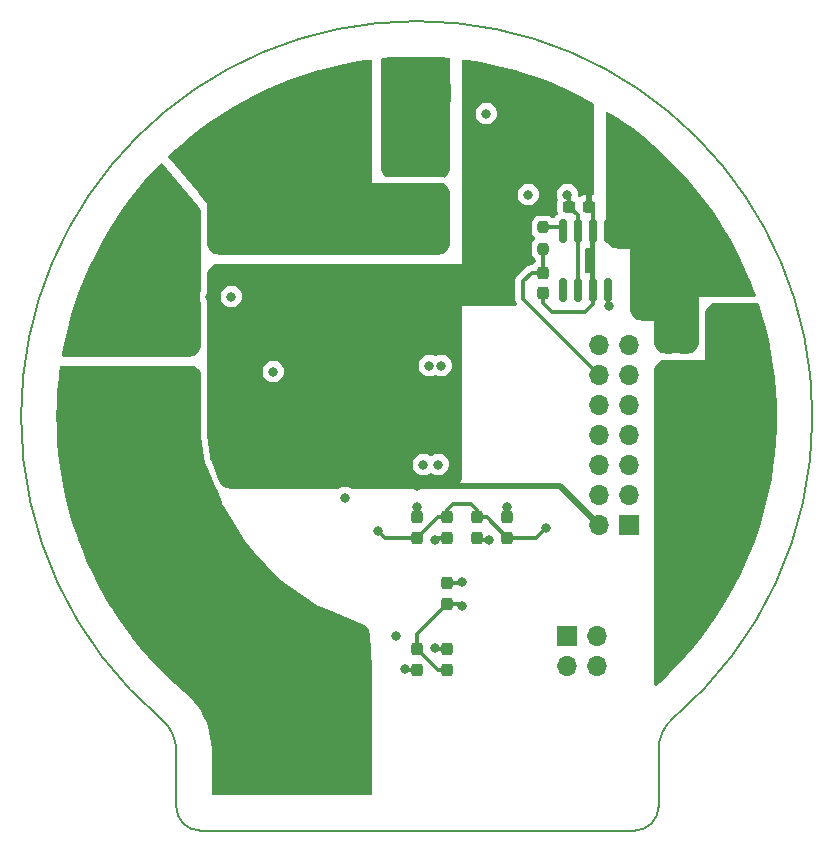
<source format=gbr>
%TF.GenerationSoftware,KiCad,Pcbnew,7.0.1*%
%TF.CreationDate,2023-12-23T17:04:28+03:00*%
%TF.ProjectId,_____ ________,1f3b3042-3020-4343-9042-47383a3e322e,rev?*%
%TF.SameCoordinates,Original*%
%TF.FileFunction,Copper,L4,Bot*%
%TF.FilePolarity,Positive*%
%FSLAX46Y46*%
G04 Gerber Fmt 4.6, Leading zero omitted, Abs format (unit mm)*
G04 Created by KiCad (PCBNEW 7.0.1) date 2023-12-23 17:04:28*
%MOMM*%
%LPD*%
G01*
G04 APERTURE LIST*
G04 Aperture macros list*
%AMRoundRect*
0 Rectangle with rounded corners*
0 $1 Rounding radius*
0 $2 $3 $4 $5 $6 $7 $8 $9 X,Y pos of 4 corners*
0 Add a 4 corners polygon primitive as box body*
4,1,4,$2,$3,$4,$5,$6,$7,$8,$9,$2,$3,0*
0 Add four circle primitives for the rounded corners*
1,1,$1+$1,$2,$3*
1,1,$1+$1,$4,$5*
1,1,$1+$1,$6,$7*
1,1,$1+$1,$8,$9*
0 Add four rect primitives between the rounded corners*
20,1,$1+$1,$2,$3,$4,$5,0*
20,1,$1+$1,$4,$5,$6,$7,0*
20,1,$1+$1,$6,$7,$8,$9,0*
20,1,$1+$1,$8,$9,$2,$3,0*%
%AMRotRect*
0 Rectangle, with rotation*
0 The origin of the aperture is its center*
0 $1 length*
0 $2 width*
0 $3 Rotation angle, in degrees counterclockwise*
0 Add horizontal line*
21,1,$1,$2,0,0,$3*%
G04 Aperture macros list end*
%TA.AperFunction,ComponentPad*%
%ADD10RotRect,1.635000X1.635000X290.000000*%
%TD*%
%TA.AperFunction,ComponentPad*%
%ADD11C,1.635000*%
%TD*%
%TA.AperFunction,ComponentPad*%
%ADD12C,6.000000*%
%TD*%
%TA.AperFunction,ComponentPad*%
%ADD13RotRect,1.635000X1.635000X70.000000*%
%TD*%
%TA.AperFunction,ComponentPad*%
%ADD14RotRect,1.635000X1.635000X300.000000*%
%TD*%
%TA.AperFunction,ComponentPad*%
%ADD15R,1.635000X1.635000*%
%TD*%
%TA.AperFunction,ComponentPad*%
%ADD16RotRect,1.635000X1.635000X60.000000*%
%TD*%
%TA.AperFunction,ComponentPad*%
%ADD17RotRect,1.635000X1.635000X50.000000*%
%TD*%
%TA.AperFunction,ComponentPad*%
%ADD18R,1.700000X1.700000*%
%TD*%
%TA.AperFunction,ComponentPad*%
%ADD19O,1.700000X1.700000*%
%TD*%
%TA.AperFunction,ComponentPad*%
%ADD20RotRect,1.635000X1.635000X310.000000*%
%TD*%
%TA.AperFunction,SMDPad,CuDef*%
%ADD21RoundRect,0.237500X0.237500X-0.300000X0.237500X0.300000X-0.237500X0.300000X-0.237500X-0.300000X0*%
%TD*%
%TA.AperFunction,SMDPad,CuDef*%
%ADD22RoundRect,0.237500X-0.237500X0.300000X-0.237500X-0.300000X0.237500X-0.300000X0.237500X0.300000X0*%
%TD*%
%TA.AperFunction,SMDPad,CuDef*%
%ADD23RoundRect,0.237500X0.237500X-0.250000X0.237500X0.250000X-0.237500X0.250000X-0.237500X-0.250000X0*%
%TD*%
%TA.AperFunction,SMDPad,CuDef*%
%ADD24RoundRect,0.150000X0.150000X-0.825000X0.150000X0.825000X-0.150000X0.825000X-0.150000X-0.825000X0*%
%TD*%
%TA.AperFunction,SMDPad,CuDef*%
%ADD25RoundRect,0.249999X-0.450001X-1.425001X0.450001X-1.425001X0.450001X1.425001X-0.450001X1.425001X0*%
%TD*%
%TA.AperFunction,SMDPad,CuDef*%
%ADD26RoundRect,0.237500X-0.300000X-0.237500X0.300000X-0.237500X0.300000X0.237500X-0.300000X0.237500X0*%
%TD*%
%TA.AperFunction,ViaPad*%
%ADD27C,0.800000*%
%TD*%
%TA.AperFunction,Conductor*%
%ADD28C,0.300000*%
%TD*%
%TA.AperFunction,Conductor*%
%ADD29C,0.500000*%
%TD*%
%TA.AperFunction,Profile*%
%ADD30C,0.200000*%
%TD*%
G04 APERTURE END LIST*
D10*
%TO.P,J13,1,1*%
%TO.N,B_OUT*%
X144872270Y-59835673D03*
D11*
%TO.P,J13,2,2*%
X146411361Y-64064290D03*
%TD*%
D12*
%TO.P,J2,1,Pin_1*%
%TO.N,B*%
X151765000Y-55880000D03*
%TD*%
%TO.P,J3,1,Pin_1*%
%TO.N,C*%
X129540000Y-70485000D03*
%TD*%
D13*
%TO.P,J7,1,1*%
%TO.N,C_OUT*%
X145272909Y-107352617D03*
D11*
%TO.P,J7,2,2*%
X146812000Y-103124000D03*
%TD*%
D14*
%TO.P,J12,1,1*%
%TO.N,B_OUT*%
X139990000Y-62142886D03*
D11*
%TO.P,J12,2,2*%
X142240000Y-66040000D03*
%TD*%
D15*
%TO.P,J6,1,1*%
%TO.N,A_OUT*%
X178272000Y-79248000D03*
D11*
%TO.P,J6,2,2*%
X173772000Y-79248000D03*
%TD*%
D12*
%TO.P,J1,1,Pin_1*%
%TO.N,A*%
X173990000Y-70485000D03*
%TD*%
D16*
%TO.P,J10,1,1*%
%TO.N,C_OUT*%
X140498000Y-104989114D03*
D11*
%TO.P,J10,2,2*%
X142748000Y-101092000D03*
%TD*%
D15*
%TO.P,J5,1,1*%
%TO.N,A_OUT*%
X178272000Y-83566000D03*
D11*
%TO.P,J5,2,2*%
X173772000Y-83566000D03*
%TD*%
D17*
%TO.P,J11,1,1*%
%TO.N,C_OUT*%
X136045456Y-101999200D03*
D11*
%TO.P,J11,2,2*%
X138938000Y-98552000D03*
%TD*%
D18*
%TO.P,J8,1,Pin_1*%
%TO.N,PTC_Coil_A*%
X164540000Y-101874000D03*
D19*
%TO.P,J8,2,Pin_2*%
%TO.N,GNDA*%
X167080000Y-101874000D03*
%TO.P,J8,3,Pin_3*%
%TO.N,PTC_Coil_C*%
X164540000Y-104414000D03*
%TO.P,J8,4,Pin_4*%
%TO.N,PTC_Coil_B*%
X167080000Y-104414000D03*
%TD*%
D20*
%TO.P,J14,1,1*%
%TO.N,B_OUT*%
X135537456Y-65132800D03*
D11*
%TO.P,J14,2,2*%
X138430000Y-68580000D03*
%TD*%
D15*
%TO.P,J9,1,1*%
%TO.N,A_OUT*%
X178272000Y-87884000D03*
D11*
%TO.P,J9,2,2*%
X173772000Y-87884000D03*
%TD*%
D21*
%TO.P,C10,1*%
%TO.N,PTC_Coil_A*%
X156972000Y-93572500D03*
%TO.P,C10,2*%
%TO.N,GNDA*%
X156972000Y-91847500D03*
%TD*%
D22*
%TO.P,C13,1*%
%TO.N,Temp_Coil_B_MCU*%
X151892000Y-91847500D03*
%TO.P,C13,2*%
%TO.N,GNDA*%
X151892000Y-93572500D03*
%TD*%
D21*
%TO.P,C17,1*%
%TO.N,Temp_Coil_C_MCU*%
X151892000Y-104748500D03*
%TO.P,C17,2*%
%TO.N,GNDA*%
X151892000Y-103023500D03*
%TD*%
D23*
%TO.P,R3,1*%
%TO.N,Current_A_MCU*%
X162560000Y-69111500D03*
%TO.P,R3,2*%
%TO.N,Net-(R3-Pad2)*%
X162560000Y-67286500D03*
%TD*%
D22*
%TO.P,C14,1*%
%TO.N,PTC_Coil_C*%
X154432000Y-103023500D03*
%TO.P,C14,2*%
%TO.N,GNDA*%
X154432000Y-104748500D03*
%TD*%
%TO.P,C16,1*%
%TO.N,Current_A_MCU*%
X162560000Y-71146500D03*
%TO.P,C16,2*%
%TO.N,GND*%
X162560000Y-72871500D03*
%TD*%
%TO.P,C11,1*%
%TO.N,Temp_Coil_A_MCU*%
X159512000Y-91847500D03*
%TO.P,C11,2*%
%TO.N,GNDA*%
X159512000Y-93572500D03*
%TD*%
D18*
%TO.P,J4,1,Pin_1*%
%TO.N,+3.3V*%
X169784000Y-92456000D03*
D19*
%TO.P,J4,2,Pin_2*%
%TO.N,GND*%
X167244000Y-92456000D03*
%TO.P,J4,3,Pin_3*%
%TO.N,CS_MCU*%
X169784000Y-89916000D03*
%TO.P,J4,4,Pin_4*%
%TO.N,Temp_Coil_C_MCU*%
X167244000Y-89916000D03*
%TO.P,J4,5,Pin_5*%
%TO.N,SCLK_MCU*%
X169784000Y-87376000D03*
%TO.P,J4,6,Pin_6*%
%TO.N,Temp_Coil_B_MCU*%
X167244000Y-87376000D03*
%TO.P,J4,7,Pin_7*%
%TO.N,SDIO_MCU*%
X169784000Y-84836000D03*
%TO.P,J4,8,Pin_8*%
%TO.N,Temp_Coil_A_MCU*%
X167244000Y-84836000D03*
%TO.P,J4,9,Pin_9*%
%TO.N,OUT_MCU*%
X169784000Y-82296000D03*
%TO.P,J4,10,Pin_10*%
%TO.N,Current_C_MCU*%
X167244000Y-82296000D03*
%TO.P,J4,11,Pin_11*%
%TO.N,Current_B_MCU*%
X169784000Y-79756000D03*
%TO.P,J4,12,Pin_12*%
%TO.N,Current_A_MCU*%
X167244000Y-79756000D03*
%TO.P,J4,13,Pin_13*%
%TO.N,+3.3VA*%
X169784000Y-77216000D03*
%TO.P,J4,14,Pin_14*%
%TO.N,GNDA*%
X167244000Y-77216000D03*
%TD*%
D24*
%TO.P,U1,1,-*%
%TO.N,A_OUT*%
X168021000Y-72579000D03*
%TO.P,U1,2,GND*%
%TO.N,GND*%
X166751000Y-72579000D03*
%TO.P,U1,3,REF2*%
%TO.N,+3.3V*%
X165481000Y-72579000D03*
%TO.P,U1,4,NC*%
%TO.N,unconnected-(U1-NC-Pad4)*%
X164211000Y-72579000D03*
%TO.P,U1,5*%
%TO.N,Net-(R3-Pad2)*%
X164211000Y-67629000D03*
%TO.P,U1,6,V+*%
%TO.N,+3.3V*%
X165481000Y-67629000D03*
%TO.P,U1,7,REF1*%
%TO.N,GND*%
X166751000Y-67629000D03*
%TO.P,U1,8,+*%
%TO.N,A*%
X168021000Y-67629000D03*
%TD*%
D22*
%TO.P,C18,1*%
%TO.N,+3.3VA*%
X154432000Y-97435500D03*
%TO.P,C18,2*%
%TO.N,GNDA*%
X154432000Y-99160500D03*
%TD*%
D25*
%TO.P,R4,1*%
%TO.N,A*%
X172972000Y-75946000D03*
%TO.P,R4,2*%
%TO.N,A_OUT*%
X179072000Y-75946000D03*
%TD*%
D26*
%TO.P,C15,1*%
%TO.N,+3.3V*%
X164745500Y-65532000D03*
%TO.P,C15,2*%
%TO.N,GND*%
X166470500Y-65532000D03*
%TD*%
D21*
%TO.P,C12,1*%
%TO.N,PTC_Coil_B*%
X154432000Y-93572500D03*
%TO.P,C12,2*%
%TO.N,GNDA*%
X154432000Y-91847500D03*
%TD*%
D27*
%TO.N,+3.3V*%
X136144000Y-73152000D03*
X164592000Y-64516000D03*
X157734000Y-57658000D03*
X145796000Y-90170000D03*
%TO.N,GND*%
X149606000Y-77470000D03*
X156210000Y-57658000D03*
X134366000Y-73152000D03*
X151892000Y-89154000D03*
%TO.N,OUT_MCU*%
X152400000Y-87376000D03*
%TO.N,SCLK_MCU*%
X153670000Y-87376000D03*
%TO.N,CS_MCU*%
X153924000Y-78994000D03*
%TO.N,SDIO_MCU*%
X152908000Y-78994000D03*
%TO.N,Current_B_MCU*%
X161290000Y-64516000D03*
%TO.N,Current_C_MCU*%
X139700000Y-79502000D03*
%TO.N,A*%
X170688000Y-72644000D03*
X175006000Y-74676000D03*
X171450000Y-74168000D03*
X174244000Y-75184000D03*
X170688000Y-73660000D03*
X174244000Y-77216000D03*
X175006000Y-76708000D03*
X175006000Y-75692000D03*
X174244000Y-74168000D03*
X174244000Y-76200000D03*
X170688000Y-74676000D03*
%TO.N,A_OUT*%
X180594000Y-79248000D03*
X177546000Y-76708000D03*
X180594000Y-76708000D03*
X180594000Y-74676000D03*
X181102000Y-78486000D03*
X180086000Y-78486000D03*
X176784000Y-75184000D03*
X168148000Y-73914000D03*
X177546000Y-74676000D03*
X177546000Y-77724000D03*
X180594000Y-77724000D03*
X176784000Y-77216000D03*
X180594000Y-75692000D03*
X181102000Y-80010000D03*
X180086000Y-80010000D03*
X177546000Y-75692000D03*
X176784000Y-76200000D03*
%TO.N,B*%
X149352000Y-59182000D03*
X150368000Y-62230000D03*
X149352000Y-61214000D03*
X149352000Y-62230000D03*
X149352000Y-60198000D03*
X152400000Y-62230000D03*
X151384000Y-62230000D03*
X153416000Y-62230000D03*
%TO.N,B_OUT*%
X152400000Y-64008000D03*
X151892000Y-65024000D03*
X149352000Y-68072000D03*
X152400000Y-68072000D03*
X150876000Y-65024000D03*
X149352000Y-66040000D03*
X151384000Y-64008000D03*
X153416000Y-68072000D03*
X149352000Y-64008000D03*
X150368000Y-64008000D03*
X151384000Y-68072000D03*
X153416000Y-64008000D03*
X152908000Y-65024000D03*
X149352000Y-67056000D03*
X150368000Y-68072000D03*
X149860000Y-65024000D03*
%TO.N,C*%
X125984000Y-75692000D03*
X127000000Y-73660000D03*
X126492000Y-76708000D03*
X125476000Y-76708000D03*
X127508000Y-74676000D03*
X124460000Y-76708000D03*
X125984000Y-73660000D03*
X124968000Y-75692000D03*
X127000000Y-75692000D03*
X126492000Y-74676000D03*
X125476000Y-74676000D03*
%TO.N,C_OUT*%
X130048000Y-80264000D03*
X127000000Y-81280000D03*
X129032000Y-80264000D03*
X132080000Y-84836000D03*
X132080000Y-83312000D03*
X130556000Y-84074000D03*
X128016000Y-83312000D03*
X131064000Y-83312000D03*
X128016000Y-84836000D03*
X129540000Y-84074000D03*
X129032000Y-84836000D03*
X129032000Y-83312000D03*
X127000000Y-83312000D03*
X127000000Y-82296000D03*
X131064000Y-84836000D03*
X131064000Y-80264000D03*
X130048000Y-83312000D03*
X127000000Y-80264000D03*
X130048000Y-84836000D03*
X128016000Y-80264000D03*
X131572000Y-84074000D03*
X128524000Y-84074000D03*
%TO.N,GNDA*%
X155702000Y-99314000D03*
X148590000Y-92964000D03*
X150114000Y-101854000D03*
X162814000Y-92710000D03*
%TO.N,Temp_Coil_C_MCU*%
X150876000Y-104648000D03*
%TO.N,Temp_Coil_B_MCU*%
X151892000Y-90932000D03*
%TO.N,Temp_Coil_A_MCU*%
X159512000Y-90932000D03*
%TO.N,+3.3VA*%
X155702000Y-97282000D03*
%TO.N,PTC_Coil_A*%
X157988000Y-93726000D03*
%TO.N,PTC_Coil_B*%
X153416000Y-93726000D03*
%TO.N,PTC_Coil_C*%
X153416000Y-102870000D03*
%TD*%
D28*
%TO.N,+3.3V*%
X164745500Y-64669500D02*
X164592000Y-64516000D01*
X165481000Y-67629000D02*
X165481000Y-66267500D01*
X165481000Y-67629000D02*
X165481000Y-72579000D01*
X165481000Y-66267500D02*
X164745500Y-65532000D01*
X164745500Y-65532000D02*
X164745500Y-64669500D01*
%TO.N,GND*%
X166751000Y-65812500D02*
X166470500Y-65532000D01*
X166751000Y-73787000D02*
X166751000Y-72579000D01*
X166116000Y-74422000D02*
X166751000Y-73787000D01*
D29*
X163942000Y-89154000D02*
X151892000Y-89154000D01*
D28*
X166751000Y-72579000D02*
X166751000Y-67629000D01*
X162560000Y-72871500D02*
X162560000Y-73716875D01*
X166751000Y-67629000D02*
X166751000Y-65812500D01*
D29*
X167244000Y-92456000D02*
X163942000Y-89154000D01*
D28*
X163265125Y-74422000D02*
X166116000Y-74422000D01*
X162560000Y-73716875D02*
X163265125Y-74422000D01*
%TO.N,Current_A_MCU*%
X160838000Y-71879000D02*
X160838000Y-73350000D01*
X162560000Y-69111500D02*
X162560000Y-71146500D01*
X161570500Y-71146500D02*
X160838000Y-71879000D01*
X162560000Y-71146500D02*
X161570500Y-71146500D01*
X160838000Y-73350000D02*
X167244000Y-79756000D01*
%TO.N,A_OUT*%
X168021000Y-72579000D02*
X168021000Y-73787000D01*
X168021000Y-73787000D02*
X168148000Y-73914000D01*
%TO.N,GNDA*%
X154432000Y-99160500D02*
X155548500Y-99160500D01*
X161951500Y-93572500D02*
X162814000Y-92710000D01*
X156972000Y-91847500D02*
X157787000Y-91847500D01*
X151892000Y-103023500D02*
X153617000Y-104748500D01*
X153617000Y-104748500D02*
X154432000Y-104748500D01*
X155548500Y-99160500D02*
X155702000Y-99314000D01*
X159512000Y-93572500D02*
X161951500Y-93572500D01*
X156972000Y-91186000D02*
X156972000Y-91847500D01*
X157787000Y-91847500D02*
X159512000Y-93572500D01*
X154432000Y-91847500D02*
X154432000Y-91186000D01*
X149198500Y-93572500D02*
X148590000Y-92964000D01*
X156464000Y-90678000D02*
X156972000Y-91186000D01*
X154940000Y-90678000D02*
X156464000Y-90678000D01*
X151892000Y-103023500D02*
X151892000Y-101700500D01*
X151892000Y-93572500D02*
X149198500Y-93572500D01*
X151892000Y-101700500D02*
X154432000Y-99160500D01*
X154432000Y-91186000D02*
X154940000Y-90678000D01*
X153617000Y-91847500D02*
X151892000Y-93572500D01*
X154432000Y-91847500D02*
X153617000Y-91847500D01*
%TO.N,Temp_Coil_C_MCU*%
X151892000Y-104748500D02*
X150976500Y-104748500D01*
X150976500Y-104748500D02*
X150876000Y-104648000D01*
%TO.N,Temp_Coil_B_MCU*%
X151892000Y-91847500D02*
X151892000Y-90932000D01*
%TO.N,+3.3VA*%
X155548500Y-97435500D02*
X155702000Y-97282000D01*
X154432000Y-97435500D02*
X155548500Y-97435500D01*
%TO.N,PTC_Coil_A*%
X157125500Y-93726000D02*
X156972000Y-93572500D01*
X157988000Y-93726000D02*
X157125500Y-93726000D01*
%TO.N,PTC_Coil_B*%
X154432000Y-93572500D02*
X153569500Y-93572500D01*
X153569500Y-93572500D02*
X153416000Y-93726000D01*
%TO.N,PTC_Coil_C*%
X153569500Y-103023500D02*
X153416000Y-102870000D01*
X154432000Y-103023500D02*
X153569500Y-103023500D01*
%TO.N,Net-(R3-Pad2)*%
X163868500Y-67286500D02*
X164211000Y-67629000D01*
X162560000Y-67286500D02*
X163868500Y-67286500D01*
%TD*%
%TA.AperFunction,Conductor*%
%TO.N,A*%
G36*
X168083166Y-57521103D02*
G01*
X168171096Y-57575420D01*
X168335648Y-57677067D01*
X168339367Y-57679457D01*
X168872576Y-58035736D01*
X169240966Y-58281886D01*
X169244602Y-58284410D01*
X170124149Y-58918653D01*
X170127692Y-58921306D01*
X170984023Y-59586524D01*
X170987441Y-59589279D01*
X171819481Y-60284636D01*
X171822791Y-60287503D01*
X172629554Y-61012179D01*
X172632767Y-61015172D01*
X173413097Y-61768130D01*
X173416177Y-61771210D01*
X174072760Y-62451661D01*
X174169135Y-62551540D01*
X174172130Y-62554755D01*
X174896800Y-63361512D01*
X174899671Y-63364826D01*
X175595017Y-64196852D01*
X175597795Y-64200299D01*
X176263001Y-65056615D01*
X176265654Y-65060158D01*
X176899897Y-65939705D01*
X176902421Y-65943341D01*
X177504847Y-66844935D01*
X177507240Y-66848659D01*
X178077100Y-67771177D01*
X178079359Y-67774984D01*
X178615928Y-68717254D01*
X178618050Y-68721139D01*
X179120668Y-69681999D01*
X179122649Y-69685958D01*
X179590623Y-70664090D01*
X179592462Y-70668116D01*
X180025243Y-71662366D01*
X180026937Y-71666456D01*
X180423947Y-72675497D01*
X180425494Y-72679644D01*
X180533834Y-72986747D01*
X180539712Y-73045099D01*
X180518118Y-73099626D01*
X180473881Y-73138131D01*
X180416897Y-73152000D01*
X175768000Y-73152000D01*
X175768000Y-74152000D01*
X175768000Y-74152001D01*
X175768000Y-76971907D01*
X175767403Y-76984061D01*
X175749982Y-77160934D01*
X175745240Y-77184775D01*
X175695424Y-77348998D01*
X175686121Y-77371456D01*
X175605227Y-77522798D01*
X175591722Y-77543010D01*
X175482854Y-77675666D01*
X175465666Y-77692854D01*
X175333010Y-77801722D01*
X175312798Y-77815227D01*
X175161456Y-77896121D01*
X175138998Y-77905424D01*
X174974775Y-77955240D01*
X174950934Y-77959982D01*
X174774061Y-77977403D01*
X174761907Y-77978000D01*
X174140984Y-77978000D01*
X174108890Y-77973775D01*
X174001740Y-77945064D01*
X173772000Y-77924964D01*
X173542259Y-77945064D01*
X173435110Y-77973775D01*
X173403016Y-77978000D01*
X172964093Y-77978000D01*
X172951939Y-77977403D01*
X172775065Y-77959982D01*
X172751224Y-77955240D01*
X172587001Y-77905424D01*
X172564543Y-77896121D01*
X172413201Y-77815227D01*
X172392989Y-77801722D01*
X172260333Y-77692854D01*
X172243145Y-77675666D01*
X172134277Y-77543010D01*
X172120772Y-77522798D01*
X172039878Y-77371456D01*
X172030575Y-77348998D01*
X171980757Y-77184769D01*
X171976018Y-77160941D01*
X171958597Y-76984061D01*
X171958000Y-76971907D01*
X171958000Y-76184001D01*
X171958000Y-76184000D01*
X171958000Y-75184000D01*
X170958000Y-75184000D01*
X170957999Y-75184000D01*
X170932093Y-75184000D01*
X170919939Y-75183403D01*
X170743065Y-75165982D01*
X170719224Y-75161240D01*
X170555001Y-75111424D01*
X170532543Y-75102121D01*
X170381201Y-75021227D01*
X170360989Y-75007722D01*
X170228333Y-74898854D01*
X170211145Y-74881666D01*
X170102277Y-74749010D01*
X170088772Y-74728798D01*
X170007878Y-74577456D01*
X169998575Y-74554998D01*
X169948757Y-74390769D01*
X169944018Y-74366941D01*
X169926597Y-74190061D01*
X169926000Y-74177907D01*
X169926000Y-70088001D01*
X169926000Y-70088000D01*
X169926000Y-69088000D01*
X168926000Y-69088000D01*
X168925999Y-69088000D01*
X168900093Y-69088000D01*
X168887939Y-69087403D01*
X168711065Y-69069982D01*
X168687224Y-69065240D01*
X168523001Y-69015424D01*
X168500543Y-69006121D01*
X168349201Y-68925227D01*
X168328989Y-68911722D01*
X168196333Y-68802854D01*
X168179145Y-68785666D01*
X168070277Y-68653010D01*
X168056772Y-68632798D01*
X167975878Y-68481456D01*
X167966575Y-68458998D01*
X167916757Y-68294769D01*
X167912018Y-68270941D01*
X167894597Y-68094061D01*
X167894000Y-68081907D01*
X167894000Y-57626599D01*
X167911077Y-57563802D01*
X167957604Y-57518302D01*
X168020766Y-57502630D01*
X168083166Y-57521103D01*
G37*
%TD.AperFunction*%
%TD*%
%TA.AperFunction,Conductor*%
%TO.N,B*%
G36*
X152934672Y-52855939D02*
G01*
X152939044Y-52856096D01*
X154021914Y-52914139D01*
X154026234Y-52914448D01*
X154573052Y-52963382D01*
X154630276Y-52983378D01*
X154671184Y-53028110D01*
X154686000Y-53086888D01*
X154686000Y-62239907D01*
X154685403Y-62252061D01*
X154667982Y-62428934D01*
X154663240Y-62452775D01*
X154613424Y-62616998D01*
X154604121Y-62639456D01*
X154523227Y-62790798D01*
X154509722Y-62811010D01*
X154400854Y-62943666D01*
X154383666Y-62960854D01*
X154272478Y-63052104D01*
X154218004Y-63077868D01*
X154157818Y-63074912D01*
X154039506Y-63039022D01*
X153991375Y-63026967D01*
X153967531Y-63022225D01*
X153918494Y-63014952D01*
X153741598Y-62997530D01*
X153716876Y-62995707D01*
X153716871Y-62995706D01*
X153716861Y-62995706D01*
X153711602Y-62995447D01*
X153704714Y-62995109D01*
X153697473Y-62994931D01*
X153679907Y-62994500D01*
X153679890Y-62994500D01*
X149231699Y-62994500D01*
X149189926Y-62987252D01*
X149153036Y-62966355D01*
X149146334Y-62960855D01*
X149129144Y-62943665D01*
X149020277Y-62811010D01*
X149006772Y-62790798D01*
X148925878Y-62639456D01*
X148916575Y-62616998D01*
X148866757Y-62452769D01*
X148862018Y-62428941D01*
X148844597Y-62252061D01*
X148844000Y-62239907D01*
X148844000Y-53101790D01*
X148858816Y-53043012D01*
X148899724Y-52998280D01*
X148956948Y-52978284D01*
X149007011Y-52973803D01*
X149670293Y-52914448D01*
X149674605Y-52914139D01*
X150757481Y-52856095D01*
X150761849Y-52855939D01*
X151846077Y-52836585D01*
X151850447Y-52836585D01*
X152934672Y-52855939D01*
G37*
%TD.AperFunction*%
%TD*%
%TA.AperFunction,Conductor*%
%TO.N,A_OUT*%
G36*
X180732831Y-73670901D02*
G01*
X180774732Y-73701688D01*
X180800327Y-73746947D01*
X181111656Y-74741232D01*
X181112903Y-74745479D01*
X181399784Y-75791204D01*
X181400878Y-75795493D01*
X181650244Y-76850758D01*
X181651185Y-76855084D01*
X181862729Y-77918588D01*
X181863515Y-77922944D01*
X182036967Y-78993330D01*
X182037597Y-78997712D01*
X182172733Y-80073606D01*
X182173206Y-80078007D01*
X182269855Y-81158025D01*
X182270171Y-81162440D01*
X182328210Y-82245237D01*
X182328368Y-82249661D01*
X182347723Y-83333869D01*
X182347724Y-83338229D01*
X182329510Y-84389932D01*
X182329362Y-84394224D01*
X182274740Y-85444738D01*
X182274443Y-85449022D01*
X182183479Y-86497025D01*
X182183033Y-86501296D01*
X182055840Y-87545479D01*
X182055247Y-87549732D01*
X181891972Y-88588904D01*
X181891232Y-88593134D01*
X181692074Y-89626033D01*
X181691188Y-89630234D01*
X181456393Y-90655579D01*
X181455363Y-90659748D01*
X181185188Y-91676414D01*
X181184013Y-91680544D01*
X180878809Y-92687211D01*
X180877492Y-92691299D01*
X180537611Y-93686804D01*
X180536154Y-93690843D01*
X180162007Y-94673984D01*
X180160423Y-94677938D01*
X179752455Y-95647542D01*
X179750721Y-95651471D01*
X179309440Y-96606336D01*
X179307572Y-96610202D01*
X178833477Y-97549246D01*
X178831475Y-97553045D01*
X178325154Y-98475105D01*
X178323022Y-98478833D01*
X177785100Y-99382769D01*
X177782841Y-99386421D01*
X177213907Y-100271245D01*
X177211522Y-100274816D01*
X176612309Y-101139384D01*
X176609802Y-101142870D01*
X175981026Y-101986156D01*
X175978400Y-101989554D01*
X175320789Y-102810576D01*
X175318047Y-102813881D01*
X174632385Y-103611662D01*
X174629530Y-103614869D01*
X173916689Y-104388396D01*
X173913725Y-104391503D01*
X173174515Y-105139894D01*
X173171445Y-105142897D01*
X172406749Y-105865260D01*
X172403577Y-105868154D01*
X172163979Y-106079279D01*
X172114320Y-106105958D01*
X172057981Y-106107896D01*
X172006607Y-106084691D01*
X171970814Y-106041140D01*
X171958000Y-105986244D01*
X171958000Y-79492093D01*
X171958597Y-79479939D01*
X171959290Y-79472895D01*
X171976018Y-79303056D01*
X171980757Y-79279232D01*
X172030577Y-79114994D01*
X172039875Y-79092549D01*
X172120775Y-78941195D01*
X172134272Y-78920995D01*
X172243149Y-78788328D01*
X172260328Y-78771149D01*
X172392995Y-78662272D01*
X172413195Y-78648775D01*
X172564549Y-78567875D01*
X172586994Y-78558577D01*
X172751232Y-78508757D01*
X172775056Y-78504018D01*
X172951938Y-78486597D01*
X172964093Y-78486000D01*
X175275999Y-78486000D01*
X175276000Y-78486000D01*
X176276000Y-78486000D01*
X176276000Y-74666093D01*
X176276597Y-74653939D01*
X176277290Y-74646895D01*
X176294018Y-74477056D01*
X176298757Y-74453232D01*
X176348577Y-74288994D01*
X176357875Y-74266549D01*
X176438775Y-74115195D01*
X176452272Y-74094995D01*
X176561149Y-73962328D01*
X176578328Y-73945149D01*
X176710995Y-73836272D01*
X176731195Y-73822775D01*
X176882549Y-73741875D01*
X176904994Y-73732577D01*
X177069232Y-73682757D01*
X177093056Y-73678018D01*
X177269938Y-73660597D01*
X177282093Y-73660000D01*
X180681992Y-73660000D01*
X180732831Y-73670901D01*
G37*
%TD.AperFunction*%
%TD*%
%TA.AperFunction,Conductor*%
%TO.N,C_OUT*%
G36*
X132658624Y-78994559D02*
G01*
X132829947Y-79010894D01*
X132853048Y-79015338D01*
X133012525Y-79062088D01*
X133034381Y-79070824D01*
X133182132Y-79146858D01*
X133201944Y-79159565D01*
X133332676Y-79262155D01*
X133349730Y-79278378D01*
X133458718Y-79403820D01*
X133472399Y-79422973D01*
X133555718Y-79566746D01*
X133565534Y-79588139D01*
X133599602Y-79685964D01*
X133606500Y-79726745D01*
X133606500Y-84771864D01*
X133606559Y-84779588D01*
X133606561Y-84779689D01*
X133606621Y-84783542D01*
X133606622Y-84783610D01*
X133606623Y-84783636D01*
X133606802Y-84791348D01*
X133608555Y-84847729D01*
X133609288Y-84863418D01*
X133609767Y-84871126D01*
X133610989Y-84886809D01*
X133616244Y-84942997D01*
X133617036Y-84950820D01*
X133617446Y-84954564D01*
X133618364Y-84962396D01*
X133847935Y-86798956D01*
X133850199Y-86814980D01*
X133851428Y-86822779D01*
X133854210Y-86838763D01*
X133875948Y-86952785D01*
X133883027Y-86984381D01*
X133886988Y-86999740D01*
X133896073Y-87030814D01*
X133932186Y-87141091D01*
X133937482Y-87156425D01*
X133940201Y-87163908D01*
X133945957Y-87178995D01*
X134024759Y-87375999D01*
X134099855Y-87563738D01*
X134099855Y-87563739D01*
X134658913Y-88961388D01*
X134668792Y-88984414D01*
X134673919Y-88995593D01*
X134684931Y-89018109D01*
X134767821Y-89177444D01*
X134793138Y-89220722D01*
X134806572Y-89241276D01*
X134836018Y-89281788D01*
X134836023Y-89281795D01*
X134836028Y-89281801D01*
X134895607Y-89355768D01*
X134944791Y-89416829D01*
X134954692Y-89427944D01*
X134979736Y-89471210D01*
X135345488Y-90568466D01*
X135345492Y-90568476D01*
X135382000Y-90678000D01*
X135442511Y-90776330D01*
X135442513Y-90776334D01*
X136539291Y-92558599D01*
X137414000Y-93980000D01*
X137478482Y-94050344D01*
X137478487Y-94050350D01*
X138113520Y-94743113D01*
X140208000Y-97028000D01*
X143510000Y-99314000D01*
X143609754Y-99355075D01*
X143609760Y-99355078D01*
X144435649Y-99695149D01*
X147250130Y-100854053D01*
X147260478Y-100858885D01*
X147408670Y-100936604D01*
X147427868Y-100949056D01*
X147554730Y-101049116D01*
X147571310Y-101064882D01*
X147677626Y-101186552D01*
X147691029Y-101205100D01*
X147773169Y-101344223D01*
X147782936Y-101364918D01*
X147838116Y-101516776D01*
X147843913Y-101538915D01*
X147871183Y-101704000D01*
X147872526Y-101715374D01*
X148079380Y-104611317D01*
X148079518Y-104613528D01*
X148081246Y-104645831D01*
X148081403Y-104650241D01*
X148081980Y-104682546D01*
X148082000Y-104684760D01*
X148082000Y-115239501D01*
X148065387Y-115301501D01*
X148020000Y-115346888D01*
X147958000Y-115363501D01*
X134971858Y-115363501D01*
X134612118Y-115363501D01*
X134550119Y-115346889D01*
X134504732Y-115301502D01*
X134488119Y-115239502D01*
X134488119Y-111670993D01*
X134488137Y-111670902D01*
X134488152Y-111619586D01*
X134488223Y-111383810D01*
X134454282Y-110913483D01*
X134386384Y-110446846D01*
X134284885Y-109986348D01*
X134150318Y-109534406D01*
X133983388Y-109093391D01*
X133784972Y-108665616D01*
X133784967Y-108665605D01*
X133556115Y-108253335D01*
X133556111Y-108253327D01*
X133298004Y-107858686D01*
X133012008Y-107483765D01*
X132699622Y-107130530D01*
X132362485Y-106800834D01*
X132315435Y-106761052D01*
X132313049Y-106758794D01*
X132181115Y-106647477D01*
X132179478Y-106646072D01*
X131382774Y-105949783D01*
X131379619Y-105946927D01*
X130795035Y-105399000D01*
X130608433Y-105224099D01*
X130605337Y-105221094D01*
X129998528Y-104611317D01*
X129859770Y-104471880D01*
X129856812Y-104468803D01*
X129137757Y-103694096D01*
X129134881Y-103690888D01*
X128443227Y-102891648D01*
X128440461Y-102888337D01*
X127777025Y-102065510D01*
X127774376Y-102062104D01*
X127618212Y-101854000D01*
X127139977Y-101216705D01*
X127137500Y-101213283D01*
X126532841Y-100346243D01*
X126530446Y-100342677D01*
X125956380Y-99455218D01*
X125954100Y-99451555D01*
X125835433Y-99253307D01*
X125411235Y-98544625D01*
X125409112Y-98540935D01*
X124898128Y-97615665D01*
X124896113Y-97611862D01*
X124417642Y-96669403D01*
X124415756Y-96665522D01*
X123970370Y-95706996D01*
X123968620Y-95703052D01*
X123556853Y-94729615D01*
X123555241Y-94725613D01*
X123322745Y-94117873D01*
X123177573Y-93738397D01*
X123176106Y-93734350D01*
X123142659Y-93636888D01*
X122833024Y-92734622D01*
X122831695Y-92730517D01*
X122779308Y-92558599D01*
X122523600Y-91719450D01*
X122522422Y-91715326D01*
X122249682Y-90694125D01*
X122248662Y-90690025D01*
X122011603Y-89659890D01*
X122010724Y-89655742D01*
X121809657Y-88618036D01*
X121808914Y-88613808D01*
X121808391Y-88610493D01*
X121644072Y-87569732D01*
X121643483Y-87565528D01*
X121515066Y-86516365D01*
X121514623Y-86512135D01*
X121422785Y-85459117D01*
X121422486Y-85454827D01*
X121402647Y-85075085D01*
X121367340Y-84399287D01*
X121367191Y-84394997D01*
X121363241Y-84168000D01*
X121348801Y-83338116D01*
X121348801Y-83333804D01*
X121368155Y-82249633D01*
X121368311Y-82245265D01*
X121426355Y-81162389D01*
X121426664Y-81158077D01*
X121523318Y-80077989D01*
X121523790Y-80073606D01*
X121567357Y-79726745D01*
X121645759Y-79102545D01*
X121666936Y-79047280D01*
X121711317Y-79008124D01*
X121768792Y-78994000D01*
X132646856Y-78994000D01*
X132658624Y-78994559D01*
G37*
%TD.AperFunction*%
%TD*%
%TA.AperFunction,Conductor*%
%TO.N,C*%
G36*
X130273140Y-61878572D02*
G01*
X130329820Y-61916514D01*
X131165740Y-62904420D01*
X133363870Y-65502211D01*
X133370520Y-65510808D01*
X133462181Y-65640712D01*
X133473109Y-65659507D01*
X133538347Y-65798471D01*
X133545826Y-65818888D01*
X133585786Y-65967105D01*
X133589584Y-65988512D01*
X133603523Y-66146888D01*
X133604000Y-66157759D01*
X133604000Y-72637597D01*
X133587387Y-72699597D01*
X133538820Y-72783715D01*
X133480326Y-72963742D01*
X133460540Y-73152000D01*
X133480326Y-73340257D01*
X133538820Y-73520284D01*
X133587387Y-73604403D01*
X133604000Y-73666403D01*
X133604000Y-77225907D01*
X133603403Y-77238061D01*
X133585982Y-77414934D01*
X133581240Y-77438775D01*
X133531424Y-77602998D01*
X133522121Y-77625456D01*
X133441227Y-77776798D01*
X133427722Y-77797010D01*
X133318854Y-77929666D01*
X133301666Y-77946854D01*
X133169010Y-78055722D01*
X133148798Y-78069227D01*
X132997456Y-78150121D01*
X132974998Y-78159424D01*
X132810775Y-78209240D01*
X132786934Y-78213982D01*
X132610061Y-78231403D01*
X132597907Y-78232000D01*
X121928638Y-78232000D01*
X121876624Y-78220563D01*
X121834204Y-78188363D01*
X121809204Y-78141339D01*
X121806235Y-78088165D01*
X121812511Y-78049430D01*
X121833012Y-77922921D01*
X121833794Y-77918588D01*
X122045346Y-76855043D01*
X122046270Y-76850798D01*
X122295655Y-75795453D01*
X122296728Y-75791243D01*
X122583624Y-74745463D01*
X122584867Y-74741232D01*
X122671060Y-74465960D01*
X122908895Y-73706393D01*
X122910271Y-73702258D01*
X123271044Y-72679601D01*
X123272560Y-72675539D01*
X123669592Y-71666441D01*
X123671280Y-71662366D01*
X124104076Y-70668082D01*
X124105884Y-70664124D01*
X124573894Y-69685916D01*
X124575834Y-69682040D01*
X125078485Y-68721115D01*
X125080581Y-68717279D01*
X125617194Y-67774932D01*
X125619392Y-67771228D01*
X126189302Y-66848629D01*
X126191656Y-66844965D01*
X126794125Y-65943307D01*
X126796603Y-65939737D01*
X127430888Y-65060132D01*
X127433501Y-65056642D01*
X128098761Y-64200257D01*
X128101472Y-64196893D01*
X128796882Y-63364790D01*
X128799695Y-63361543D01*
X129524420Y-62554725D01*
X129527363Y-62551566D01*
X130145935Y-61910508D01*
X130204966Y-61876346D01*
X130273140Y-61878572D01*
G37*
%TD.AperFunction*%
%TD*%
%TA.AperFunction,Conductor*%
%TO.N,B_OUT*%
G36*
X148010850Y-53103232D02*
G01*
X148062712Y-53148987D01*
X148082000Y-53215405D01*
X148082000Y-63500000D01*
X153679907Y-63500000D01*
X153692061Y-63500597D01*
X153868941Y-63518018D01*
X153892769Y-63522757D01*
X154057001Y-63572576D01*
X154079453Y-63581877D01*
X154230798Y-63662772D01*
X154251010Y-63676277D01*
X154383666Y-63785145D01*
X154400854Y-63802333D01*
X154509722Y-63934989D01*
X154523227Y-63955201D01*
X154604121Y-64106543D01*
X154613424Y-64129001D01*
X154663240Y-64293224D01*
X154667982Y-64317065D01*
X154685403Y-64493939D01*
X154686000Y-64506093D01*
X154686000Y-68589907D01*
X154685403Y-68602061D01*
X154667982Y-68778934D01*
X154663240Y-68802775D01*
X154613424Y-68966998D01*
X154604121Y-68989456D01*
X154523227Y-69140798D01*
X154509722Y-69161010D01*
X154400854Y-69293666D01*
X154383666Y-69310854D01*
X154251010Y-69419722D01*
X154230798Y-69433227D01*
X154079456Y-69514121D01*
X154056998Y-69523424D01*
X153892775Y-69573240D01*
X153868934Y-69577982D01*
X153692061Y-69595403D01*
X153679907Y-69596000D01*
X135118093Y-69596000D01*
X135105939Y-69595403D01*
X134929065Y-69577982D01*
X134905224Y-69573240D01*
X134741001Y-69523424D01*
X134718543Y-69514121D01*
X134567201Y-69433227D01*
X134546989Y-69419722D01*
X134414333Y-69310854D01*
X134397145Y-69293666D01*
X134288277Y-69161010D01*
X134274772Y-69140798D01*
X134193878Y-68989456D01*
X134184575Y-68966998D01*
X134134757Y-68802769D01*
X134130018Y-68778941D01*
X134112597Y-68602061D01*
X134112000Y-68589907D01*
X134112000Y-65642267D01*
X134112000Y-65278000D01*
X133458480Y-64500000D01*
X133294604Y-64304910D01*
X130844069Y-61387606D01*
X130817439Y-61332245D01*
X130820650Y-61270896D01*
X130852912Y-61218620D01*
X131063782Y-61015147D01*
X131066941Y-61012204D01*
X131873759Y-60287479D01*
X131877006Y-60284666D01*
X132709109Y-59589256D01*
X132712473Y-59586545D01*
X133568858Y-58921285D01*
X133572348Y-58918672D01*
X134451953Y-58284387D01*
X134455523Y-58281909D01*
X135357181Y-57679440D01*
X135360845Y-57677086D01*
X136283444Y-57107176D01*
X136287148Y-57104978D01*
X137229495Y-56568365D01*
X137233331Y-56566269D01*
X138194256Y-56063618D01*
X138198132Y-56061678D01*
X139176340Y-55593668D01*
X139180298Y-55591860D01*
X140174597Y-55159057D01*
X140178657Y-55157376D01*
X141187755Y-54760344D01*
X141191817Y-54758828D01*
X142214474Y-54398055D01*
X142218609Y-54396679D01*
X143253463Y-54072646D01*
X143257679Y-54071408D01*
X144303459Y-53784512D01*
X144307669Y-53783439D01*
X145363014Y-53534054D01*
X145367259Y-53533130D01*
X146430827Y-53321573D01*
X146435137Y-53320796D01*
X147505573Y-53147336D01*
X147509901Y-53146714D01*
X147942548Y-53092372D01*
X148010850Y-53103232D01*
G37*
%TD.AperFunction*%
%TD*%
%TA.AperFunction,Conductor*%
%TO.N,GND*%
G36*
X155927918Y-53114220D02*
G01*
X156186645Y-53146717D01*
X156190927Y-53147332D01*
X157261376Y-53320794D01*
X157265706Y-53321575D01*
X158329253Y-53533128D01*
X158333520Y-53534056D01*
X159388840Y-53783435D01*
X159393077Y-53784516D01*
X160231929Y-54014644D01*
X160438828Y-54071404D01*
X160443075Y-54072651D01*
X161477898Y-54396674D01*
X161482066Y-54398061D01*
X162504688Y-54758822D01*
X162508786Y-54760351D01*
X163365118Y-55097276D01*
X163517851Y-55157370D01*
X163521941Y-55159064D01*
X164516204Y-55591851D01*
X164520204Y-55593678D01*
X165498368Y-56061667D01*
X165502289Y-56063629D01*
X166463168Y-56566257D01*
X166467052Y-56568378D01*
X166799168Y-56757500D01*
X166815360Y-56766720D01*
X166861202Y-56812155D01*
X166878000Y-56874474D01*
X166878000Y-64433000D01*
X166861387Y-64495000D01*
X166816000Y-64540387D01*
X166754000Y-64557000D01*
X166720500Y-64557000D01*
X166720500Y-65658000D01*
X166703887Y-65720000D01*
X166658500Y-65765387D01*
X166596500Y-65782000D01*
X166344500Y-65782000D01*
X166282500Y-65765387D01*
X166237113Y-65720000D01*
X166220500Y-65658000D01*
X166220500Y-64557001D01*
X166121353Y-64557001D01*
X166020349Y-64567318D01*
X165856698Y-64621546D01*
X165709958Y-64712057D01*
X165697078Y-64724937D01*
X165645237Y-64755962D01*
X165584888Y-64758807D01*
X165530358Y-64732797D01*
X165494591Y-64684106D01*
X165486078Y-64624293D01*
X165492066Y-64567318D01*
X165497460Y-64516000D01*
X165477674Y-64327744D01*
X165419179Y-64147716D01*
X165419179Y-64147715D01*
X165324533Y-63983783D01*
X165197870Y-63843110D01*
X165044730Y-63731848D01*
X164871802Y-63654855D01*
X164686648Y-63615500D01*
X164686646Y-63615500D01*
X164497354Y-63615500D01*
X164497352Y-63615500D01*
X164312197Y-63654855D01*
X164139269Y-63731848D01*
X163986129Y-63843110D01*
X163859466Y-63983783D01*
X163764820Y-64147715D01*
X163706326Y-64327742D01*
X163686540Y-64516000D01*
X163706326Y-64704257D01*
X163768848Y-64896679D01*
X163767655Y-64897066D01*
X163777844Y-64928573D01*
X163772192Y-64980182D01*
X163717825Y-65144246D01*
X163707500Y-65245323D01*
X163707500Y-65818676D01*
X163717825Y-65919752D01*
X163776651Y-66097274D01*
X163773822Y-66098211D01*
X163785485Y-66137612D01*
X163769923Y-66200649D01*
X163724639Y-66247180D01*
X163659133Y-66285920D01*
X163542917Y-66402136D01*
X163499393Y-66475731D01*
X163460740Y-66516250D01*
X163408203Y-66535631D01*
X163352496Y-66529923D01*
X163304981Y-66500290D01*
X163258352Y-66453661D01*
X163111515Y-66363091D01*
X162947753Y-66308825D01*
X162856044Y-66299457D01*
X162846676Y-66298500D01*
X162273323Y-66298500D01*
X162172247Y-66308825D01*
X162008484Y-66363091D01*
X161861647Y-66453661D01*
X161739661Y-66575647D01*
X161649091Y-66722484D01*
X161594825Y-66886246D01*
X161584500Y-66987323D01*
X161584500Y-67585676D01*
X161594825Y-67686752D01*
X161649091Y-67850515D01*
X161739661Y-67997352D01*
X161853628Y-68111319D01*
X161885722Y-68166906D01*
X161885722Y-68231094D01*
X161853628Y-68286681D01*
X161739661Y-68400647D01*
X161649091Y-68547484D01*
X161594825Y-68711246D01*
X161584500Y-68812323D01*
X161584500Y-69410676D01*
X161594825Y-69511752D01*
X161649091Y-69675515D01*
X161739661Y-69822352D01*
X161871898Y-69954589D01*
X161869360Y-69957126D01*
X161893771Y-69982618D01*
X161909500Y-70043061D01*
X161909500Y-70164939D01*
X161893771Y-70225382D01*
X161869360Y-70250873D01*
X161871898Y-70253411D01*
X161739659Y-70385649D01*
X161708797Y-70435685D01*
X161665384Y-70477903D01*
X161607155Y-70494527D01*
X161567985Y-70495758D01*
X161562235Y-70495939D01*
X161558342Y-70496000D01*
X161529571Y-70496000D01*
X161525190Y-70496553D01*
X161513559Y-70497468D01*
X161467930Y-70498902D01*
X161447551Y-70504823D01*
X161428507Y-70508767D01*
X161414139Y-70510582D01*
X161407441Y-70511429D01*
X161364990Y-70528236D01*
X161353943Y-70532018D01*
X161310098Y-70544756D01*
X161291830Y-70555560D01*
X161274364Y-70564117D01*
X161254629Y-70571931D01*
X161217702Y-70598760D01*
X161207942Y-70605171D01*
X161168636Y-70628417D01*
X161153625Y-70643428D01*
X161138836Y-70656058D01*
X161121664Y-70668534D01*
X161092557Y-70703718D01*
X161084696Y-70712356D01*
X160438484Y-71358568D01*
X160421831Y-71371910D01*
X160372133Y-71424833D01*
X160369427Y-71427626D01*
X160349083Y-71447971D01*
X160346376Y-71451460D01*
X160338807Y-71460321D01*
X160307551Y-71493607D01*
X160297322Y-71512212D01*
X160286645Y-71528467D01*
X160273636Y-71545238D01*
X160255506Y-71587132D01*
X160250370Y-71597616D01*
X160228372Y-71637632D01*
X160223091Y-71658199D01*
X160216791Y-71676600D01*
X160208364Y-71696074D01*
X160201223Y-71741161D01*
X160198855Y-71752598D01*
X160187500Y-71796824D01*
X160187500Y-71818045D01*
X160185973Y-71837444D01*
X160182653Y-71858403D01*
X160186950Y-71903861D01*
X160187500Y-71915530D01*
X160187500Y-73264495D01*
X160185158Y-73285704D01*
X160187439Y-73358262D01*
X160187500Y-73362157D01*
X160187500Y-73390926D01*
X160188053Y-73395307D01*
X160188968Y-73406940D01*
X160190402Y-73452569D01*
X160196323Y-73472950D01*
X160200267Y-73491995D01*
X160202928Y-73513059D01*
X160219737Y-73555515D01*
X160223520Y-73566563D01*
X160236256Y-73610400D01*
X160247061Y-73628670D01*
X160255621Y-73646143D01*
X160263431Y-73665869D01*
X160290267Y-73702808D01*
X160296677Y-73712566D01*
X160305140Y-73726875D01*
X160322406Y-73789023D01*
X160306121Y-73851435D01*
X160260692Y-73897224D01*
X160198410Y-73914000D01*
X155702000Y-73914000D01*
X155702000Y-74914000D01*
X155702000Y-74914001D01*
X155702000Y-88401907D01*
X155701403Y-88414061D01*
X155683982Y-88590934D01*
X155679240Y-88614775D01*
X155629424Y-88778998D01*
X155620121Y-88801456D01*
X155539227Y-88952798D01*
X155525722Y-88973010D01*
X155416854Y-89105666D01*
X155399666Y-89122854D01*
X155267010Y-89231722D01*
X155246798Y-89245227D01*
X155095456Y-89326121D01*
X155072998Y-89335424D01*
X154908775Y-89385240D01*
X154884934Y-89389982D01*
X154708061Y-89407403D01*
X154695907Y-89408000D01*
X146319508Y-89408000D01*
X146281190Y-89401931D01*
X146255838Y-89389014D01*
X146248730Y-89385849D01*
X146196039Y-89362389D01*
X146075802Y-89308855D01*
X145890648Y-89269500D01*
X145890646Y-89269500D01*
X145701354Y-89269500D01*
X145701352Y-89269500D01*
X145516197Y-89308855D01*
X145336161Y-89389014D01*
X145310810Y-89401931D01*
X145272492Y-89408000D01*
X136065192Y-89408000D01*
X136052912Y-89407390D01*
X135874225Y-89389607D01*
X135850148Y-89384767D01*
X135684397Y-89333935D01*
X135661746Y-89324445D01*
X135509254Y-89241937D01*
X135488921Y-89228171D01*
X135355679Y-89117227D01*
X135338466Y-89099732D01*
X135229701Y-88964702D01*
X135216267Y-88944149D01*
X135133387Y-88784833D01*
X135128268Y-88773672D01*
X135064709Y-88614775D01*
X134569200Y-87376000D01*
X151494540Y-87376000D01*
X151514326Y-87564257D01*
X151572820Y-87744284D01*
X151667466Y-87908216D01*
X151794129Y-88048889D01*
X151947269Y-88160151D01*
X152120197Y-88237144D01*
X152305352Y-88276500D01*
X152305354Y-88276500D01*
X152494646Y-88276500D01*
X152494648Y-88276500D01*
X152631547Y-88247401D01*
X152679803Y-88237144D01*
X152852730Y-88160151D01*
X152852729Y-88160151D01*
X152962115Y-88080679D01*
X153009219Y-88059707D01*
X153060781Y-88059707D01*
X153107885Y-88080679D01*
X153217269Y-88160151D01*
X153390197Y-88237144D01*
X153575352Y-88276500D01*
X153575354Y-88276500D01*
X153764646Y-88276500D01*
X153764648Y-88276500D01*
X153901547Y-88247401D01*
X153949803Y-88237144D01*
X154122730Y-88160151D01*
X154122729Y-88160151D01*
X154275870Y-88048889D01*
X154402533Y-87908216D01*
X154497179Y-87744284D01*
X154540353Y-87611408D01*
X154555674Y-87564256D01*
X154575460Y-87376000D01*
X154555674Y-87187744D01*
X154497179Y-87007716D01*
X154497179Y-87007715D01*
X154402533Y-86843783D01*
X154275870Y-86703110D01*
X154122730Y-86591848D01*
X153949802Y-86514855D01*
X153764648Y-86475500D01*
X153764646Y-86475500D01*
X153575354Y-86475500D01*
X153575352Y-86475500D01*
X153390197Y-86514855D01*
X153217269Y-86591848D01*
X153107885Y-86671321D01*
X153060781Y-86692293D01*
X153009219Y-86692293D01*
X152962115Y-86671321D01*
X152852730Y-86591848D01*
X152679802Y-86514855D01*
X152494648Y-86475500D01*
X152494646Y-86475500D01*
X152305354Y-86475500D01*
X152305352Y-86475500D01*
X152120197Y-86514855D01*
X151947269Y-86591848D01*
X151794129Y-86703110D01*
X151667466Y-86843783D01*
X151572820Y-87007715D01*
X151514326Y-87187742D01*
X151494540Y-87376000D01*
X134569200Y-87376000D01*
X134415300Y-86991250D01*
X134412593Y-86983800D01*
X134376470Y-86873493D01*
X134372506Y-86858124D01*
X134369772Y-86843783D01*
X134350766Y-86744091D01*
X134349536Y-86736286D01*
X134119955Y-84899648D01*
X134119547Y-84895915D01*
X134114291Y-84839716D01*
X134113812Y-84832022D01*
X134112060Y-84775671D01*
X134112000Y-84771818D01*
X134112000Y-79502000D01*
X138794540Y-79502000D01*
X138814326Y-79690257D01*
X138872820Y-79870284D01*
X138967466Y-80034216D01*
X139094129Y-80174889D01*
X139247269Y-80286151D01*
X139420197Y-80363144D01*
X139605352Y-80402500D01*
X139605354Y-80402500D01*
X139794646Y-80402500D01*
X139794648Y-80402500D01*
X139918084Y-80376262D01*
X139979803Y-80363144D01*
X140152730Y-80286151D01*
X140305871Y-80174888D01*
X140432533Y-80034216D01*
X140527179Y-79870284D01*
X140585674Y-79690256D01*
X140605460Y-79502000D01*
X140585674Y-79313744D01*
X140527179Y-79133716D01*
X140527179Y-79133715D01*
X140446515Y-78994000D01*
X152002540Y-78994000D01*
X152022326Y-79182257D01*
X152080820Y-79362284D01*
X152175466Y-79526216D01*
X152302129Y-79666889D01*
X152455269Y-79778151D01*
X152628197Y-79855144D01*
X152813352Y-79894500D01*
X152813354Y-79894500D01*
X153002646Y-79894500D01*
X153002648Y-79894500D01*
X153187800Y-79855145D01*
X153187801Y-79855144D01*
X153187803Y-79855144D01*
X153360730Y-79778151D01*
X153360735Y-79778146D01*
X153365562Y-79775998D01*
X153415999Y-79765277D01*
X153466435Y-79775998D01*
X153471268Y-79778150D01*
X153471270Y-79778151D01*
X153644196Y-79855143D01*
X153644197Y-79855144D01*
X153829352Y-79894500D01*
X153829354Y-79894500D01*
X154018646Y-79894500D01*
X154018648Y-79894500D01*
X154142083Y-79868262D01*
X154203803Y-79855144D01*
X154376730Y-79778151D01*
X154529871Y-79666888D01*
X154656533Y-79526216D01*
X154751179Y-79362284D01*
X154809674Y-79182256D01*
X154829460Y-78994000D01*
X154809674Y-78805744D01*
X154779332Y-78712363D01*
X154751179Y-78625715D01*
X154656533Y-78461783D01*
X154529870Y-78321110D01*
X154376730Y-78209848D01*
X154203802Y-78132855D01*
X154018648Y-78093500D01*
X154018646Y-78093500D01*
X153829354Y-78093500D01*
X153829352Y-78093500D01*
X153644199Y-78132854D01*
X153466434Y-78212001D01*
X153415999Y-78222721D01*
X153365563Y-78212000D01*
X153187802Y-78132855D01*
X153002648Y-78093500D01*
X153002646Y-78093500D01*
X152813354Y-78093500D01*
X152813352Y-78093500D01*
X152628197Y-78132855D01*
X152455269Y-78209848D01*
X152302129Y-78321110D01*
X152175466Y-78461783D01*
X152080820Y-78625715D01*
X152022326Y-78805742D01*
X152002540Y-78994000D01*
X140446515Y-78994000D01*
X140432533Y-78969783D01*
X140305870Y-78829110D01*
X140152730Y-78717848D01*
X139979802Y-78640855D01*
X139794648Y-78601500D01*
X139794646Y-78601500D01*
X139605354Y-78601500D01*
X139605352Y-78601500D01*
X139420197Y-78640855D01*
X139247269Y-78717848D01*
X139094129Y-78829110D01*
X138967466Y-78969783D01*
X138872820Y-79133715D01*
X138814326Y-79313742D01*
X138794540Y-79502000D01*
X134112000Y-79502000D01*
X134112000Y-73152000D01*
X135238540Y-73152000D01*
X135258326Y-73340257D01*
X135316820Y-73520284D01*
X135411466Y-73684216D01*
X135538129Y-73824889D01*
X135691269Y-73936151D01*
X135864197Y-74013144D01*
X136049352Y-74052500D01*
X136049354Y-74052500D01*
X136238646Y-74052500D01*
X136238648Y-74052500D01*
X136362083Y-74026262D01*
X136423803Y-74013144D01*
X136596730Y-73936151D01*
X136749871Y-73824888D01*
X136876533Y-73684216D01*
X136971179Y-73520284D01*
X137029674Y-73340256D01*
X137049460Y-73152000D01*
X137029674Y-72963744D01*
X136971179Y-72783716D01*
X136971179Y-72783715D01*
X136876533Y-72619783D01*
X136749870Y-72479110D01*
X136596730Y-72367848D01*
X136423802Y-72290855D01*
X136238648Y-72251500D01*
X136238646Y-72251500D01*
X136049354Y-72251500D01*
X136049352Y-72251500D01*
X135864197Y-72290855D01*
X135691269Y-72367848D01*
X135538129Y-72479110D01*
X135411466Y-72619783D01*
X135316820Y-72783715D01*
X135258326Y-72963742D01*
X135238540Y-73152000D01*
X134112000Y-73152000D01*
X134112000Y-71364093D01*
X134112597Y-71351939D01*
X134113290Y-71344895D01*
X134130018Y-71175056D01*
X134134757Y-71151232D01*
X134184577Y-70986994D01*
X134193875Y-70964549D01*
X134274775Y-70813195D01*
X134288272Y-70792995D01*
X134397149Y-70660328D01*
X134414328Y-70643149D01*
X134546995Y-70534272D01*
X134567195Y-70520775D01*
X134718549Y-70439875D01*
X134740994Y-70430577D01*
X134905232Y-70380757D01*
X134929056Y-70376018D01*
X135105938Y-70358597D01*
X135118093Y-70358000D01*
X154701999Y-70358000D01*
X154702000Y-70358000D01*
X155702000Y-70358000D01*
X155702000Y-64516000D01*
X160384540Y-64516000D01*
X160404326Y-64704257D01*
X160462820Y-64884284D01*
X160557466Y-65048216D01*
X160684129Y-65188889D01*
X160837269Y-65300151D01*
X161010197Y-65377144D01*
X161195352Y-65416500D01*
X161195354Y-65416500D01*
X161384646Y-65416500D01*
X161384648Y-65416500D01*
X161563503Y-65378483D01*
X161569803Y-65377144D01*
X161742730Y-65300151D01*
X161895871Y-65188888D01*
X162022533Y-65048216D01*
X162117179Y-64884284D01*
X162175674Y-64704256D01*
X162195460Y-64516000D01*
X162175674Y-64327744D01*
X162117179Y-64147716D01*
X162117179Y-64147715D01*
X162022533Y-63983783D01*
X161895870Y-63843110D01*
X161742730Y-63731848D01*
X161569802Y-63654855D01*
X161384648Y-63615500D01*
X161384646Y-63615500D01*
X161195354Y-63615500D01*
X161195352Y-63615500D01*
X161010197Y-63654855D01*
X160837269Y-63731848D01*
X160684129Y-63843110D01*
X160557466Y-63983783D01*
X160462820Y-64147715D01*
X160404326Y-64327742D01*
X160384540Y-64516000D01*
X155702000Y-64516000D01*
X155702000Y-57657999D01*
X156828540Y-57657999D01*
X156848326Y-57846257D01*
X156906820Y-58026284D01*
X157001466Y-58190216D01*
X157128129Y-58330889D01*
X157281269Y-58442151D01*
X157454197Y-58519144D01*
X157639352Y-58558500D01*
X157639354Y-58558500D01*
X157828646Y-58558500D01*
X157828648Y-58558500D01*
X157952084Y-58532262D01*
X158013803Y-58519144D01*
X158186730Y-58442151D01*
X158339871Y-58330888D01*
X158466533Y-58190216D01*
X158561179Y-58026284D01*
X158619674Y-57846256D01*
X158639460Y-57658000D01*
X158619674Y-57469744D01*
X158589332Y-57376363D01*
X158561179Y-57289715D01*
X158466533Y-57125783D01*
X158339870Y-56985110D01*
X158186730Y-56873848D01*
X158013802Y-56796855D01*
X157828648Y-56757500D01*
X157828646Y-56757500D01*
X157639354Y-56757500D01*
X157639352Y-56757500D01*
X157454197Y-56796855D01*
X157281269Y-56873848D01*
X157128129Y-56985110D01*
X157001466Y-57125783D01*
X156906820Y-57289715D01*
X156848326Y-57469742D01*
X156828540Y-57657999D01*
X155702000Y-57657999D01*
X155702000Y-53226393D01*
X155721287Y-53159976D01*
X155773150Y-53114220D01*
X155841453Y-53103360D01*
X155927918Y-53114220D01*
G37*
%TD.AperFunction*%
%TA.AperFunction,Conductor*%
G36*
X166878000Y-67379268D02*
G01*
X166878000Y-72828732D01*
X166877000Y-72829000D01*
X166625000Y-72829000D01*
X166563000Y-72812387D01*
X166517613Y-72767000D01*
X166501000Y-72705000D01*
X166501000Y-71106705D01*
X166500999Y-71106704D01*
X166498511Y-71106900D01*
X166340801Y-71152718D01*
X166318622Y-71165836D01*
X166256475Y-71183100D01*
X166194064Y-71166815D01*
X166148276Y-71121385D01*
X166131500Y-71059104D01*
X166131500Y-69148896D01*
X166148276Y-69086615D01*
X166194064Y-69041185D01*
X166256475Y-69024900D01*
X166318622Y-69042164D01*
X166340801Y-69055281D01*
X166498511Y-69101099D01*
X166500999Y-69101295D01*
X166501000Y-69101295D01*
X166501000Y-67503000D01*
X166517613Y-67441000D01*
X166563000Y-67395613D01*
X166625000Y-67379000D01*
X166877000Y-67379000D01*
X166878000Y-67379268D01*
G37*
%TD.AperFunction*%
%TD*%
D30*
X131487619Y-111618347D02*
X131487619Y-116332000D01*
X172325073Y-111516254D02*
X172325073Y-116332000D01*
X131487653Y-111618347D02*
G75*
G03*
X130245370Y-108940051I-3505153J1447D01*
G01*
X131487598Y-116332000D02*
G75*
G03*
X133519619Y-118364002I2032002J0D01*
G01*
X170293071Y-118364000D02*
X133519619Y-118364002D01*
X170293071Y-118363973D02*
G75*
G03*
X172325073Y-116332000I29J2031973D01*
G01*
X173557146Y-108850261D02*
G75*
G03*
X172325073Y-111516254I2268654J-2666139D01*
G01*
X173557135Y-108850249D02*
G75*
G03*
X185348262Y-83336046I-21708895J25514219D01*
G01*
X185348262Y-83336046D02*
G75*
G03*
X118348262Y-83336046I-33500000J0D01*
G01*
X118348265Y-83336046D02*
G75*
G03*
X130245370Y-108940051I33499975J-14D01*
G01*
M02*

</source>
